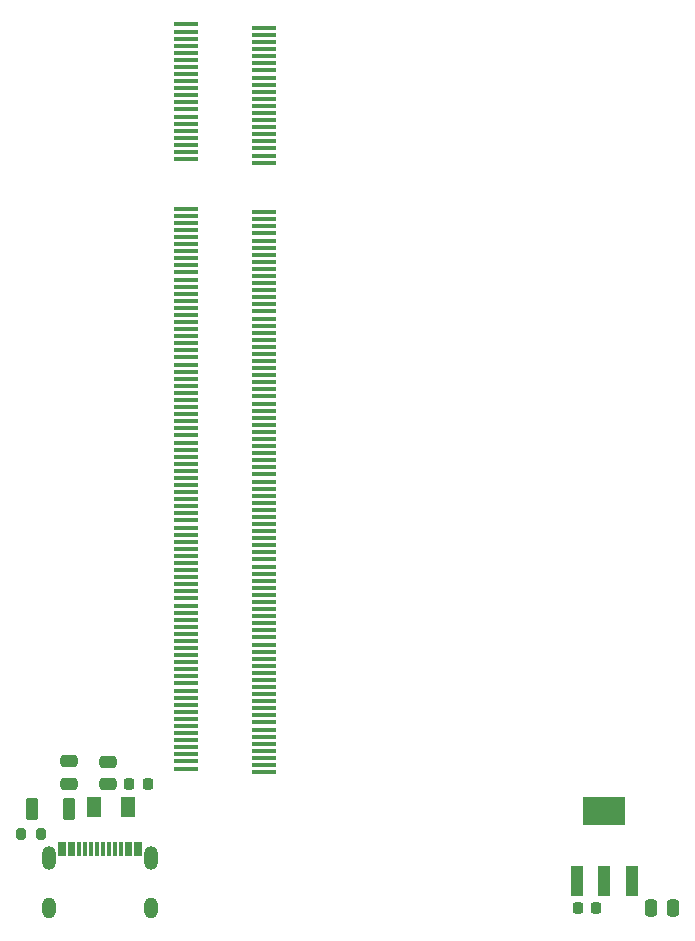
<source format=gbr>
%TF.GenerationSoftware,KiCad,Pcbnew,6.0.4-6f826c9f35~116~ubuntu20.04.1*%
%TF.CreationDate,2022-04-28T13:16:52+07:00*%
%TF.ProjectId,Colorlight2QMTech,436f6c6f-726c-4696-9768-7432514d5465,rev?*%
%TF.SameCoordinates,Original*%
%TF.FileFunction,Paste,Top*%
%TF.FilePolarity,Positive*%
%FSLAX46Y46*%
G04 Gerber Fmt 4.6, Leading zero omitted, Abs format (unit mm)*
G04 Created by KiCad (PCBNEW 6.0.4-6f826c9f35~116~ubuntu20.04.1) date 2022-04-28 13:16:52*
%MOMM*%
%LPD*%
G01*
G04 APERTURE LIST*
G04 Aperture macros list*
%AMRoundRect*
0 Rectangle with rounded corners*
0 $1 Rounding radius*
0 $2 $3 $4 $5 $6 $7 $8 $9 X,Y pos of 4 corners*
0 Add a 4 corners polygon primitive as box body*
4,1,4,$2,$3,$4,$5,$6,$7,$8,$9,$2,$3,0*
0 Add four circle primitives for the rounded corners*
1,1,$1+$1,$2,$3*
1,1,$1+$1,$4,$5*
1,1,$1+$1,$6,$7*
1,1,$1+$1,$8,$9*
0 Add four rect primitives between the rounded corners*
20,1,$1+$1,$2,$3,$4,$5,0*
20,1,$1+$1,$4,$5,$6,$7,0*
20,1,$1+$1,$6,$7,$8,$9,0*
20,1,$1+$1,$8,$9,$2,$3,0*%
G04 Aperture macros list end*
%ADD10RoundRect,0.225000X-0.225000X-0.250000X0.225000X-0.250000X0.225000X0.250000X-0.225000X0.250000X0*%
%ADD11RoundRect,0.225000X0.225000X0.250000X-0.225000X0.250000X-0.225000X-0.250000X0.225000X-0.250000X0*%
%ADD12RoundRect,0.250000X-0.475000X0.250000X-0.475000X-0.250000X0.475000X-0.250000X0.475000X0.250000X0*%
%ADD13R,2.000000X0.400000*%
%ADD14RoundRect,0.250000X0.250000X0.475000X-0.250000X0.475000X-0.250000X-0.475000X0.250000X-0.475000X0*%
%ADD15R,1.100000X2.500000*%
%ADD16R,3.600000X2.340000*%
%ADD17R,0.300000X1.300000*%
%ADD18O,1.200000X2.000000*%
%ADD19O,1.200000X1.800000*%
%ADD20RoundRect,0.200000X0.200000X0.275000X-0.200000X0.275000X-0.200000X-0.275000X0.200000X-0.275000X0*%
%ADD21RoundRect,0.250000X-0.275000X-0.700000X0.275000X-0.700000X0.275000X0.700000X-0.275000X0.700000X0*%
%ADD22R,1.190000X1.730000*%
G04 APERTURE END LIST*
D10*
%TO.C,C1*%
X148367000Y-124907000D03*
X149917000Y-124907000D03*
%TD*%
D11*
%TO.C,C4*%
X111943400Y-114376400D03*
X110393400Y-114376400D03*
%TD*%
D12*
%TO.C,C3*%
X105308400Y-112486400D03*
X105308400Y-114386400D03*
%TD*%
D13*
%TO.C,CN1*%
X115218400Y-50094800D03*
X121818400Y-50394800D03*
X115218400Y-50694800D03*
X121818400Y-50994800D03*
X115218400Y-51294800D03*
X121818400Y-51594800D03*
X115218400Y-51894800D03*
X121818400Y-52194800D03*
X115218400Y-52494800D03*
X121818400Y-52794800D03*
X115218400Y-53094800D03*
X121818400Y-53394800D03*
X115218400Y-53694800D03*
X121818400Y-53994800D03*
X115218400Y-54294800D03*
X121818400Y-54594800D03*
X115218400Y-54894800D03*
X121818400Y-55194800D03*
X115218400Y-55494800D03*
X121818400Y-55794800D03*
X115218400Y-56094800D03*
X121818400Y-56394800D03*
X115218400Y-56694800D03*
X121818400Y-56994800D03*
X115218400Y-57294800D03*
X121818400Y-57594800D03*
X115218400Y-57894800D03*
X121818400Y-58194800D03*
X115218400Y-58494800D03*
X121818400Y-58794800D03*
X115218400Y-59094800D03*
X121818400Y-59394800D03*
X115218400Y-59694800D03*
X121818400Y-59994800D03*
X115218400Y-60294800D03*
X121818400Y-60594800D03*
X115218400Y-60894800D03*
X121818400Y-61194800D03*
X115218400Y-61494800D03*
X121818400Y-61794800D03*
X115218400Y-65694800D03*
X121818400Y-65994800D03*
X115218400Y-66294800D03*
X121818400Y-66594800D03*
X115218400Y-66894800D03*
X121818400Y-67194800D03*
X115218400Y-67494800D03*
X121818400Y-67794800D03*
X115218400Y-68094800D03*
X121818400Y-68394800D03*
X115218400Y-68694800D03*
X121818400Y-68994800D03*
X115218400Y-69294800D03*
X121818400Y-69594800D03*
X115218400Y-69894800D03*
X121818400Y-70194800D03*
X115218400Y-70494800D03*
X121818400Y-70794800D03*
X115218400Y-71094800D03*
X121818400Y-71394800D03*
X115218400Y-71694800D03*
X121818400Y-71994800D03*
X115218400Y-72294800D03*
X121818400Y-72594800D03*
X115218400Y-72894800D03*
X121818400Y-73194800D03*
X115218400Y-73494800D03*
X121818400Y-73794800D03*
X115218400Y-74094800D03*
X121818400Y-74394800D03*
X115218400Y-74694800D03*
X121818400Y-74994800D03*
X115218400Y-75294800D03*
X121818400Y-75594800D03*
X115218400Y-75894800D03*
X121818400Y-76194800D03*
X115218400Y-76494800D03*
X121818400Y-76794800D03*
X115218400Y-77094800D03*
X121818400Y-77394800D03*
X115218400Y-77694800D03*
X121818400Y-77994800D03*
X115218400Y-78294800D03*
X121818400Y-78594800D03*
X115218400Y-78894800D03*
X121818400Y-79194800D03*
X115218400Y-79494800D03*
X121818400Y-79794800D03*
X115218400Y-80094800D03*
X121818400Y-80394800D03*
X115218400Y-80694800D03*
X121818400Y-80994800D03*
X115218400Y-81294800D03*
X121818400Y-81594800D03*
X115218400Y-81894800D03*
X121818400Y-82194800D03*
X115218400Y-82494800D03*
X121818400Y-82794800D03*
X115218400Y-83094800D03*
X121818400Y-83394800D03*
X115218400Y-83694800D03*
X121818400Y-83994800D03*
X115218400Y-84294800D03*
X121818400Y-84594800D03*
X115218400Y-84894800D03*
X121818400Y-85194800D03*
X115218400Y-85494800D03*
X121818400Y-85794800D03*
X115218400Y-86094800D03*
X121818400Y-86394800D03*
X115218400Y-86694800D03*
X121818400Y-86994800D03*
X115218400Y-87294800D03*
X121818400Y-87594800D03*
X115218400Y-87894800D03*
X121818400Y-88194800D03*
X115218400Y-88494800D03*
X121818400Y-88794800D03*
X115218400Y-89094800D03*
X121818400Y-89394800D03*
X115218400Y-89694800D03*
X121818400Y-89994800D03*
X115218400Y-90294800D03*
X121818400Y-90594800D03*
X115218400Y-90894800D03*
X121818400Y-91194800D03*
X115218400Y-91494800D03*
X121818400Y-91794800D03*
X115218400Y-92094800D03*
X121818400Y-92394800D03*
X115218400Y-92694800D03*
X121818400Y-92994800D03*
X115218400Y-93294800D03*
X121818400Y-93594800D03*
X115218400Y-93894800D03*
X121818400Y-94194800D03*
X115218400Y-94494800D03*
X121818400Y-94794800D03*
X115218400Y-95094800D03*
X121818400Y-95394800D03*
X115218400Y-95694800D03*
X121818400Y-95994800D03*
X115218400Y-96294800D03*
X121818400Y-96594800D03*
X115218400Y-96894800D03*
X121818400Y-97194800D03*
X115218400Y-97494800D03*
X121818400Y-97794800D03*
X115218400Y-98094800D03*
X121818400Y-98394800D03*
X115218400Y-98694800D03*
X121818400Y-98994800D03*
X115218400Y-99294800D03*
X121818400Y-99594800D03*
X115218400Y-99894800D03*
X121818400Y-100194800D03*
X115218400Y-100494800D03*
X121818400Y-100794800D03*
X115218400Y-101094800D03*
X121818400Y-101394800D03*
X115218400Y-101694800D03*
X121818400Y-101994800D03*
X115218400Y-102294800D03*
X121818400Y-102594800D03*
X115218400Y-102894800D03*
X121818400Y-103194800D03*
X115218400Y-103494800D03*
X121818400Y-103794800D03*
X115218400Y-104094800D03*
X121818400Y-104394800D03*
X115218400Y-104694800D03*
X121818400Y-104994800D03*
X115218400Y-105294800D03*
X121818400Y-105594800D03*
X115218400Y-105894800D03*
X121818400Y-106194800D03*
X115218400Y-106494800D03*
X121818400Y-106794800D03*
X115218400Y-107094800D03*
X121818400Y-107394800D03*
X115218400Y-107694800D03*
X121818400Y-107994800D03*
X115218400Y-108294800D03*
X121818400Y-108594800D03*
X115218400Y-108894800D03*
X121818400Y-109194800D03*
X115218400Y-109494800D03*
X121818400Y-109794800D03*
X115218400Y-110094800D03*
X121818400Y-110394800D03*
X115218400Y-110694800D03*
X121818400Y-110994800D03*
X115218400Y-111294800D03*
X121818400Y-111594800D03*
X115218400Y-111894800D03*
X121818400Y-112194800D03*
X115218400Y-112494800D03*
X121818400Y-112794800D03*
X115218400Y-113094800D03*
X121818400Y-113394800D03*
%TD*%
D14*
%TO.C,C2*%
X156442000Y-124877000D03*
X154542000Y-124877000D03*
%TD*%
D15*
%TO.C,U1*%
X148322000Y-122657000D03*
X150622000Y-122657000D03*
X152922000Y-122657000D03*
D16*
X150622000Y-116717000D03*
%TD*%
D12*
%TO.C,C5*%
X108568400Y-112506400D03*
X108568400Y-114406400D03*
%TD*%
D17*
%TO.C,J3*%
X104569000Y-119940000D03*
X105369000Y-119940000D03*
X106669000Y-119940000D03*
X107669000Y-119940000D03*
X108169000Y-119940000D03*
X109169000Y-119940000D03*
X110469000Y-119940000D03*
X111269000Y-119940000D03*
X110969000Y-119940000D03*
X110169000Y-119940000D03*
X109669000Y-119940000D03*
X108669000Y-119940000D03*
X107169000Y-119940000D03*
X106169000Y-119940000D03*
X105669000Y-119940000D03*
X104869000Y-119940000D03*
D18*
X112249000Y-120700000D03*
D19*
X112249000Y-124900000D03*
X103589000Y-124900000D03*
D18*
X103589000Y-120700000D03*
%TD*%
D20*
%TO.C,R1*%
X102904000Y-118610000D03*
X101254000Y-118610000D03*
%TD*%
D21*
%TO.C,FB1*%
X102124000Y-116514000D03*
X105274000Y-116514000D03*
%TD*%
D22*
%TO.C,F1*%
X107399000Y-116374000D03*
X110299000Y-116374000D03*
%TD*%
M02*

</source>
